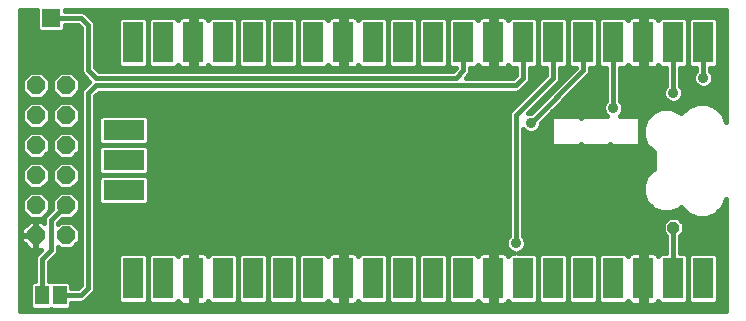
<source format=gtl>
G75*
%MOIN*%
%OFA0B0*%
%FSLAX24Y24*%
%IPPOS*%
%LPD*%
%AMOC8*
5,1,8,0,0,1.08239X$1,22.5*
%
%ADD10R,0.0669X0.1378*%
%ADD11R,0.1378X0.0669*%
%ADD12R,0.0460X0.0630*%
%ADD13R,0.0630X0.0630*%
%ADD14OC8,0.0600*%
%ADD15C,0.0357*%
%ADD16C,0.0160*%
%ADD17OC8,0.0396*%
D10*
X004430Y001743D03*
X005430Y001743D03*
X006430Y001743D03*
X007430Y001743D03*
X008430Y001743D03*
X009430Y001743D03*
X010430Y001743D03*
X011430Y001743D03*
X012430Y001743D03*
X013430Y001743D03*
X014430Y001743D03*
X015430Y001743D03*
X016430Y001743D03*
X017430Y001743D03*
X018430Y001743D03*
X019430Y001743D03*
X020430Y001743D03*
X021430Y001743D03*
X022430Y001743D03*
X023430Y001743D03*
X023430Y009617D03*
X022430Y009617D03*
X021430Y009617D03*
X020430Y009617D03*
X019430Y009617D03*
X018430Y009617D03*
X017430Y009617D03*
X016430Y009617D03*
X015430Y009617D03*
X014430Y009617D03*
X013430Y009617D03*
X012430Y009617D03*
X011430Y009617D03*
X010430Y009617D03*
X009430Y009617D03*
X008430Y009617D03*
X007430Y009617D03*
X006430Y009617D03*
X005430Y009617D03*
X004430Y009617D03*
D11*
X004117Y006680D03*
X004117Y005680D03*
X004117Y004680D03*
D12*
X001980Y001180D03*
X001380Y001180D03*
D13*
X001680Y010430D03*
D14*
X001180Y008180D03*
X002180Y008180D03*
X002180Y007180D03*
X001180Y007180D03*
X001180Y006180D03*
X002180Y006180D03*
X002180Y005180D03*
X001180Y005180D03*
X001180Y004180D03*
X002180Y004180D03*
X002180Y003180D03*
X001180Y003180D03*
D15*
X017180Y002930D03*
X017680Y006930D03*
X020430Y007430D03*
X022430Y007930D03*
X023430Y008430D03*
D16*
X000660Y010700D02*
X000660Y000660D01*
X024192Y000660D01*
X024192Y004390D01*
X024086Y004135D01*
X023851Y003900D01*
X023545Y003773D01*
X023213Y003773D01*
X022906Y003900D01*
X022688Y004118D01*
X022675Y004118D01*
X022625Y004068D01*
X022340Y003950D01*
X022032Y003950D01*
X021747Y004068D01*
X021529Y004286D01*
X021411Y004571D01*
X021411Y004879D01*
X021529Y005164D01*
X021747Y005383D01*
X021778Y005395D01*
X021778Y005965D01*
X021747Y005977D01*
X021529Y006196D01*
X021411Y006481D01*
X021411Y006789D01*
X021529Y007074D01*
X021747Y007292D01*
X022032Y007410D01*
X022340Y007410D01*
X022625Y007292D01*
X022675Y007242D01*
X022688Y007242D01*
X022906Y007460D01*
X023213Y007587D01*
X023545Y007587D01*
X023851Y007460D01*
X024086Y007225D01*
X024192Y006970D01*
X024192Y010700D01*
X002155Y010700D01*
X002155Y010670D01*
X002728Y010670D01*
X002816Y010633D01*
X002883Y010566D01*
X002883Y010566D01*
X003066Y010383D01*
X003066Y010383D01*
X003133Y010316D01*
X003170Y010228D01*
X003170Y008779D01*
X003279Y008670D01*
X015081Y008670D01*
X015179Y008768D01*
X015029Y008768D01*
X014935Y008862D01*
X014935Y010372D01*
X015029Y010466D01*
X015831Y010466D01*
X015925Y010372D01*
X015925Y010364D01*
X015928Y010375D01*
X015951Y010417D01*
X015985Y010450D01*
X016026Y010474D01*
X016072Y010486D01*
X016350Y010486D01*
X016350Y009697D01*
X016510Y009697D01*
X016510Y010486D01*
X016788Y010486D01*
X016834Y010474D01*
X016875Y010450D01*
X016909Y010417D01*
X016932Y010375D01*
X016935Y010364D01*
X016935Y010372D01*
X017029Y010466D01*
X017831Y010466D01*
X017925Y010372D01*
X017925Y008862D01*
X017831Y008768D01*
X017670Y008768D01*
X017670Y008382D01*
X017633Y008294D01*
X017566Y008227D01*
X017316Y007977D01*
X017228Y007940D01*
X003279Y007940D01*
X003170Y007831D01*
X003170Y001382D01*
X003133Y001294D01*
X002816Y000977D01*
X002728Y000940D01*
X002370Y000940D01*
X002370Y000799D01*
X002276Y000705D01*
X001684Y000705D01*
X001680Y000709D01*
X001676Y000705D01*
X001084Y000705D01*
X000990Y000799D01*
X000990Y001561D01*
X001084Y001655D01*
X001140Y001655D01*
X001140Y002428D01*
X001177Y002516D01*
X001361Y002700D01*
X001200Y002700D01*
X001200Y003160D01*
X001160Y003160D01*
X001160Y002700D01*
X000981Y002700D01*
X000700Y002981D01*
X000700Y003160D01*
X001160Y003160D01*
X001160Y003200D01*
X001160Y003660D01*
X000981Y003660D01*
X000700Y003379D01*
X000700Y003200D01*
X001160Y003200D01*
X001200Y003200D01*
X001200Y003660D01*
X001379Y003660D01*
X001440Y003599D01*
X001440Y003728D01*
X001477Y003816D01*
X001720Y004059D01*
X001720Y004371D01*
X001989Y004640D01*
X002371Y004640D01*
X002640Y004371D01*
X002640Y003989D01*
X002371Y003720D01*
X002059Y003720D01*
X001920Y003581D01*
X001920Y003571D01*
X001989Y003640D01*
X002371Y003640D01*
X002640Y003371D01*
X002640Y002989D01*
X002371Y002720D01*
X001989Y002720D01*
X001920Y002789D01*
X001920Y002632D01*
X001883Y002544D01*
X001816Y002477D01*
X001620Y002281D01*
X001620Y001655D01*
X001676Y001655D01*
X001680Y001651D01*
X001684Y001655D01*
X002276Y001655D01*
X002370Y001561D01*
X002370Y001420D01*
X002581Y001420D01*
X002690Y001529D01*
X002690Y007978D01*
X002727Y008066D01*
X002966Y008305D01*
X002794Y008477D01*
X002727Y008544D01*
X002690Y008632D01*
X002690Y010081D01*
X002581Y010190D01*
X002155Y010190D01*
X002155Y010049D01*
X002061Y009955D01*
X001299Y009955D01*
X001205Y010049D01*
X001205Y010700D01*
X000660Y010700D01*
X000660Y010641D02*
X001205Y010641D01*
X001205Y010483D02*
X000660Y010483D01*
X000660Y010324D02*
X001205Y010324D01*
X001205Y010166D02*
X000660Y010166D01*
X000660Y010007D02*
X001247Y010007D01*
X001680Y010430D02*
X002680Y010430D01*
X002930Y010180D01*
X002930Y008680D01*
X003180Y008430D01*
X015180Y008430D01*
X015430Y008680D01*
X015430Y009617D01*
X014935Y009690D02*
X014925Y009690D01*
X014925Y009849D02*
X014935Y009849D01*
X014925Y010007D02*
X014935Y010007D01*
X014925Y010166D02*
X014935Y010166D01*
X014925Y010324D02*
X014935Y010324D01*
X014925Y010372D02*
X014831Y010466D01*
X014029Y010466D01*
X013935Y010372D01*
X013935Y008862D01*
X014029Y008768D01*
X014831Y008768D01*
X014925Y008862D01*
X014925Y010372D01*
X013935Y010324D02*
X013925Y010324D01*
X013925Y010372D02*
X013831Y010466D01*
X013029Y010466D01*
X012935Y010372D01*
X012935Y008862D01*
X013029Y008768D01*
X013831Y008768D01*
X013925Y008862D01*
X013925Y010372D01*
X013925Y010166D02*
X013935Y010166D01*
X013925Y010007D02*
X013935Y010007D01*
X013925Y009849D02*
X013935Y009849D01*
X013925Y009690D02*
X013935Y009690D01*
X013925Y009532D02*
X013935Y009532D01*
X013925Y009373D02*
X013935Y009373D01*
X013925Y009215D02*
X013935Y009215D01*
X013925Y009056D02*
X013935Y009056D01*
X013925Y008898D02*
X013935Y008898D01*
X014925Y008898D02*
X014935Y008898D01*
X014925Y009056D02*
X014935Y009056D01*
X014925Y009215D02*
X014935Y009215D01*
X014925Y009373D02*
X014935Y009373D01*
X014925Y009532D02*
X014935Y009532D01*
X015831Y008768D02*
X015925Y008862D01*
X015925Y008870D01*
X015928Y008859D01*
X015951Y008818D01*
X015985Y008784D01*
X016026Y008760D01*
X016072Y008748D01*
X016350Y008748D01*
X016350Y009537D01*
X016510Y009537D01*
X016510Y008748D01*
X016788Y008748D01*
X016834Y008760D01*
X016875Y008784D01*
X016909Y008818D01*
X016932Y008859D01*
X016935Y008870D01*
X016935Y008862D01*
X017029Y008768D01*
X017190Y008768D01*
X017190Y008529D01*
X017081Y008420D01*
X015509Y008420D01*
X015633Y008544D01*
X015670Y008632D01*
X015670Y008728D01*
X015670Y008768D01*
X015831Y008768D01*
X015670Y008739D02*
X017190Y008739D01*
X017190Y008581D02*
X015649Y008581D01*
X015511Y008422D02*
X017083Y008422D01*
X017180Y008180D02*
X017430Y008430D01*
X017430Y009617D01*
X017925Y009690D02*
X017935Y009690D01*
X017925Y009849D02*
X017935Y009849D01*
X017925Y010007D02*
X017935Y010007D01*
X017925Y010166D02*
X017935Y010166D01*
X017925Y010324D02*
X017935Y010324D01*
X017935Y010372D02*
X017935Y008862D01*
X018029Y008768D01*
X018190Y008768D01*
X018190Y008529D01*
X016977Y007316D01*
X016940Y007228D01*
X016940Y003169D01*
X016893Y003122D01*
X016842Y002997D01*
X016842Y002863D01*
X016893Y002738D01*
X016988Y002643D01*
X017112Y002592D01*
X017029Y002592D01*
X016935Y002498D01*
X016935Y002490D01*
X016932Y002501D01*
X016909Y002542D01*
X016875Y002576D01*
X016834Y002600D01*
X016788Y002612D01*
X016510Y002612D01*
X016510Y001823D01*
X016350Y001823D01*
X016350Y002612D01*
X016072Y002612D01*
X016026Y002600D01*
X015985Y002576D01*
X015951Y002542D01*
X015928Y002501D01*
X015925Y002490D01*
X015925Y002498D01*
X015831Y002592D01*
X015029Y002592D01*
X014935Y002498D01*
X014935Y000988D01*
X015029Y000894D01*
X015831Y000894D01*
X015925Y000988D01*
X015925Y000996D01*
X015928Y000985D01*
X015951Y000943D01*
X015985Y000910D01*
X016026Y000886D01*
X016072Y000874D01*
X016350Y000874D01*
X016350Y001663D01*
X016510Y001663D01*
X016510Y000874D01*
X016788Y000874D01*
X016834Y000886D01*
X016875Y000910D01*
X016909Y000943D01*
X016932Y000985D01*
X016935Y000996D01*
X016935Y000988D01*
X017029Y000894D01*
X017831Y000894D01*
X017925Y000988D01*
X017925Y002498D01*
X017831Y002592D01*
X017248Y002592D01*
X017372Y002643D01*
X017467Y002738D01*
X017518Y002863D01*
X017518Y002997D01*
X017467Y003122D01*
X017420Y003169D01*
X017420Y006711D01*
X017488Y006643D01*
X017613Y006592D01*
X017747Y006592D01*
X017872Y006643D01*
X017967Y006738D01*
X018018Y006863D01*
X018018Y006929D01*
X019566Y008477D01*
X019633Y008544D01*
X019670Y008632D01*
X019670Y008768D01*
X019831Y008768D01*
X019925Y008862D01*
X019925Y010372D01*
X019831Y010466D01*
X019029Y010466D01*
X018935Y010372D01*
X018935Y008862D01*
X019029Y008768D01*
X019179Y008768D01*
X017679Y007268D01*
X017613Y007268D01*
X017604Y007265D01*
X018566Y008227D01*
X018633Y008294D01*
X018670Y008382D01*
X018670Y008768D01*
X018831Y008768D01*
X018925Y008862D01*
X018925Y010372D01*
X018831Y010466D01*
X018029Y010466D01*
X017935Y010372D01*
X018925Y010324D02*
X018935Y010324D01*
X018925Y010166D02*
X018935Y010166D01*
X018925Y010007D02*
X018935Y010007D01*
X018925Y009849D02*
X018935Y009849D01*
X018925Y009690D02*
X018935Y009690D01*
X018925Y009532D02*
X018935Y009532D01*
X018925Y009373D02*
X018935Y009373D01*
X018925Y009215D02*
X018935Y009215D01*
X018925Y009056D02*
X018935Y009056D01*
X018925Y008898D02*
X018935Y008898D01*
X019150Y008739D02*
X018670Y008739D01*
X018670Y008581D02*
X018991Y008581D01*
X018833Y008422D02*
X018670Y008422D01*
X018430Y008430D02*
X018430Y009617D01*
X017935Y009532D02*
X017925Y009532D01*
X017925Y009373D02*
X017935Y009373D01*
X017925Y009215D02*
X017935Y009215D01*
X017925Y009056D02*
X017935Y009056D01*
X017925Y008898D02*
X017935Y008898D01*
X018190Y008739D02*
X017670Y008739D01*
X017670Y008581D02*
X018190Y008581D01*
X018083Y008422D02*
X017670Y008422D01*
X017603Y008264D02*
X017924Y008264D01*
X017766Y008105D02*
X017444Y008105D01*
X017180Y008180D02*
X003180Y008180D01*
X002930Y007930D01*
X002930Y001430D01*
X002680Y001180D01*
X001980Y001180D01*
X002370Y001448D02*
X002609Y001448D01*
X002690Y001607D02*
X002325Y001607D01*
X002690Y001765D02*
X001620Y001765D01*
X001620Y001924D02*
X002690Y001924D01*
X002690Y002082D02*
X001620Y002082D01*
X001620Y002241D02*
X002690Y002241D01*
X002690Y002399D02*
X001738Y002399D01*
X001889Y002558D02*
X002690Y002558D01*
X002690Y002716D02*
X001920Y002716D01*
X001680Y002680D02*
X001680Y003680D01*
X002180Y004180D01*
X002640Y004143D02*
X002690Y004143D01*
X002690Y004301D02*
X002640Y004301D01*
X002690Y004460D02*
X002551Y004460D01*
X002690Y004618D02*
X002393Y004618D01*
X002371Y004720D02*
X001989Y004720D01*
X001720Y004989D01*
X001720Y005371D01*
X001989Y005640D01*
X002371Y005640D01*
X002640Y005371D01*
X002640Y004989D01*
X002371Y004720D01*
X002427Y004777D02*
X002690Y004777D01*
X002690Y004935D02*
X002586Y004935D01*
X002640Y005094D02*
X002690Y005094D01*
X002690Y005252D02*
X002640Y005252D01*
X002600Y005411D02*
X002690Y005411D01*
X002690Y005569D02*
X002442Y005569D01*
X002371Y005720D02*
X001989Y005720D01*
X001720Y005989D01*
X001720Y006371D01*
X001989Y006640D01*
X002371Y006640D01*
X002640Y006371D01*
X002640Y005989D01*
X002371Y005720D01*
X002378Y005728D02*
X002690Y005728D01*
X002690Y005886D02*
X002537Y005886D01*
X002640Y006045D02*
X002690Y006045D01*
X002690Y006203D02*
X002640Y006203D01*
X002640Y006362D02*
X002690Y006362D01*
X002690Y006520D02*
X002491Y006520D01*
X002690Y006679D02*
X000660Y006679D01*
X000660Y006520D02*
X000869Y006520D01*
X000989Y006640D02*
X000720Y006371D01*
X000720Y005989D01*
X000989Y005720D01*
X001371Y005720D01*
X001640Y005989D01*
X001640Y006371D01*
X001371Y006640D01*
X000989Y006640D01*
X000989Y006720D02*
X001371Y006720D01*
X001640Y006989D01*
X001640Y007371D01*
X001371Y007640D01*
X000989Y007640D01*
X000720Y007371D01*
X000720Y006989D01*
X000989Y006720D01*
X000872Y006837D02*
X000660Y006837D01*
X000660Y006996D02*
X000720Y006996D01*
X000720Y007154D02*
X000660Y007154D01*
X000660Y007313D02*
X000720Y007313D01*
X000660Y007471D02*
X000820Y007471D01*
X000979Y007630D02*
X000660Y007630D01*
X000660Y007788D02*
X000921Y007788D01*
X000989Y007720D02*
X001371Y007720D01*
X001640Y007989D01*
X001640Y008371D01*
X001371Y008640D01*
X000989Y008640D01*
X000720Y008371D01*
X000720Y007989D01*
X000989Y007720D01*
X000763Y007947D02*
X000660Y007947D01*
X000660Y008105D02*
X000720Y008105D01*
X000720Y008264D02*
X000660Y008264D01*
X000660Y008422D02*
X000771Y008422D01*
X000660Y008581D02*
X000930Y008581D01*
X000660Y008739D02*
X002690Y008739D01*
X002711Y008581D02*
X002430Y008581D01*
X002371Y008640D02*
X001989Y008640D01*
X001720Y008371D01*
X001720Y007989D01*
X001989Y007720D01*
X002371Y007720D01*
X002640Y007989D01*
X002640Y008371D01*
X002371Y008640D01*
X002589Y008422D02*
X002849Y008422D01*
X002924Y008264D02*
X002640Y008264D01*
X002640Y008105D02*
X002766Y008105D01*
X002690Y007947D02*
X002597Y007947D01*
X002690Y007788D02*
X002439Y007788D01*
X002371Y007640D02*
X001989Y007640D01*
X001720Y007371D01*
X001720Y006989D01*
X001989Y006720D01*
X002371Y006720D01*
X002640Y006989D01*
X002640Y007371D01*
X002371Y007640D01*
X002381Y007630D02*
X002690Y007630D01*
X002690Y007471D02*
X002540Y007471D01*
X002640Y007313D02*
X002690Y007313D01*
X002690Y007154D02*
X002640Y007154D01*
X002640Y006996D02*
X002690Y006996D01*
X002690Y006837D02*
X002488Y006837D01*
X003170Y006837D02*
X003268Y006837D01*
X003268Y006996D02*
X003170Y006996D01*
X003268Y007081D02*
X003362Y007175D01*
X004872Y007175D01*
X004966Y007081D01*
X004966Y006279D01*
X004872Y006185D01*
X003362Y006185D01*
X003268Y006279D01*
X003268Y007081D01*
X003341Y007154D02*
X003170Y007154D01*
X003170Y007313D02*
X016975Y007313D01*
X017132Y007471D02*
X003170Y007471D01*
X003170Y007630D02*
X017290Y007630D01*
X017449Y007788D02*
X003170Y007788D01*
X001979Y007630D02*
X001381Y007630D01*
X001439Y007788D02*
X001921Y007788D01*
X001763Y007947D02*
X001597Y007947D01*
X001640Y008105D02*
X001720Y008105D01*
X001720Y008264D02*
X001640Y008264D01*
X001589Y008422D02*
X001771Y008422D01*
X001930Y008581D02*
X001430Y008581D01*
X000660Y008898D02*
X002690Y008898D01*
X002690Y009056D02*
X000660Y009056D01*
X000660Y009215D02*
X002690Y009215D01*
X002690Y009373D02*
X000660Y009373D01*
X000660Y009532D02*
X002690Y009532D01*
X002690Y009690D02*
X000660Y009690D01*
X000660Y009849D02*
X002690Y009849D01*
X002690Y010007D02*
X002113Y010007D01*
X002155Y010166D02*
X002605Y010166D01*
X003125Y010324D02*
X003935Y010324D01*
X003935Y010372D02*
X003935Y008862D01*
X004029Y008768D01*
X004831Y008768D01*
X004925Y008862D01*
X004925Y010372D01*
X004831Y010466D01*
X004029Y010466D01*
X003935Y010372D01*
X003935Y010166D02*
X003170Y010166D01*
X003170Y010007D02*
X003935Y010007D01*
X003935Y009849D02*
X003170Y009849D01*
X003170Y009690D02*
X003935Y009690D01*
X003935Y009532D02*
X003170Y009532D01*
X003170Y009373D02*
X003935Y009373D01*
X003935Y009215D02*
X003170Y009215D01*
X003170Y009056D02*
X003935Y009056D01*
X003935Y008898D02*
X003170Y008898D01*
X003210Y008739D02*
X015150Y008739D01*
X016350Y008898D02*
X016510Y008898D01*
X016510Y009056D02*
X016350Y009056D01*
X016350Y009215D02*
X016510Y009215D01*
X016510Y009373D02*
X016350Y009373D01*
X016350Y009532D02*
X016510Y009532D01*
X016510Y009849D02*
X016350Y009849D01*
X016350Y010007D02*
X016510Y010007D01*
X016510Y010166D02*
X016350Y010166D01*
X016350Y010324D02*
X016510Y010324D01*
X016510Y010483D02*
X016350Y010483D01*
X016059Y010483D02*
X011801Y010483D01*
X011788Y010486D02*
X011510Y010486D01*
X011510Y009697D01*
X011350Y009697D01*
X011350Y010486D01*
X011072Y010486D01*
X011026Y010474D01*
X010985Y010450D01*
X010951Y010417D01*
X010928Y010375D01*
X010925Y010364D01*
X010925Y010372D01*
X010831Y010466D01*
X010029Y010466D01*
X009935Y010372D01*
X009935Y008862D01*
X010029Y008768D01*
X010831Y008768D01*
X010925Y008862D01*
X010925Y008870D01*
X010928Y008859D01*
X010951Y008818D01*
X010985Y008784D01*
X011026Y008760D01*
X011072Y008748D01*
X011350Y008748D01*
X011350Y009537D01*
X011510Y009537D01*
X011510Y008748D01*
X011788Y008748D01*
X011834Y008760D01*
X011875Y008784D01*
X011909Y008818D01*
X011932Y008859D01*
X011935Y008870D01*
X011935Y008862D01*
X012029Y008768D01*
X012831Y008768D01*
X012925Y008862D01*
X012925Y010372D01*
X012831Y010466D01*
X012029Y010466D01*
X011935Y010372D01*
X011935Y010364D01*
X011932Y010375D01*
X011909Y010417D01*
X011875Y010450D01*
X011834Y010474D01*
X011788Y010486D01*
X011510Y010483D02*
X011350Y010483D01*
X011059Y010483D02*
X006801Y010483D01*
X006788Y010486D02*
X006510Y010486D01*
X006510Y009697D01*
X006350Y009697D01*
X006350Y010486D01*
X006072Y010486D01*
X006026Y010474D01*
X005985Y010450D01*
X005951Y010417D01*
X005928Y010375D01*
X005925Y010364D01*
X005925Y010372D01*
X005831Y010466D01*
X005029Y010466D01*
X004935Y010372D01*
X004935Y008862D01*
X005029Y008768D01*
X005831Y008768D01*
X005925Y008862D01*
X005925Y008870D01*
X005928Y008859D01*
X005951Y008818D01*
X005985Y008784D01*
X006026Y008760D01*
X006072Y008748D01*
X006350Y008748D01*
X006350Y009537D01*
X006510Y009537D01*
X006510Y008748D01*
X006788Y008748D01*
X006834Y008760D01*
X006875Y008784D01*
X006909Y008818D01*
X006932Y008859D01*
X006935Y008870D01*
X006935Y008862D01*
X007029Y008768D01*
X007831Y008768D01*
X007925Y008862D01*
X007925Y010372D01*
X007831Y010466D01*
X007029Y010466D01*
X006935Y010372D01*
X006935Y010364D01*
X006932Y010375D01*
X006909Y010417D01*
X006875Y010450D01*
X006834Y010474D01*
X006788Y010486D01*
X006510Y010483D02*
X006350Y010483D01*
X006059Y010483D02*
X002967Y010483D01*
X002798Y010641D02*
X024192Y010641D01*
X024192Y010483D02*
X021801Y010483D01*
X021788Y010486D02*
X021510Y010486D01*
X021510Y009697D01*
X021350Y009697D01*
X021350Y010486D01*
X021072Y010486D01*
X021026Y010474D01*
X020985Y010450D01*
X020951Y010417D01*
X020928Y010375D01*
X020925Y010364D01*
X020925Y010372D01*
X020831Y010466D01*
X020029Y010466D01*
X019935Y010372D01*
X019935Y008862D01*
X020029Y008768D01*
X020190Y008768D01*
X020190Y007669D01*
X020143Y007622D01*
X020092Y007497D01*
X020092Y007363D01*
X020143Y007238D01*
X020218Y007163D01*
X019398Y007163D01*
X019343Y007108D01*
X019288Y007163D01*
X018414Y007163D01*
X018353Y007101D01*
X018353Y006227D01*
X018414Y006166D01*
X019288Y006166D01*
X019343Y006220D01*
X019398Y006166D01*
X020273Y006166D01*
X020328Y006220D01*
X020383Y006166D01*
X021257Y006166D01*
X021318Y006227D01*
X021318Y007101D01*
X021257Y007163D01*
X020642Y007163D01*
X020717Y007238D01*
X020768Y007363D01*
X020768Y007497D01*
X020717Y007622D01*
X020670Y007669D01*
X020670Y008768D01*
X020831Y008768D01*
X020925Y008862D01*
X020925Y008870D01*
X020928Y008859D01*
X020951Y008818D01*
X020985Y008784D01*
X021026Y008760D01*
X021072Y008748D01*
X021350Y008748D01*
X021350Y009537D01*
X021510Y009537D01*
X021510Y008748D01*
X021788Y008748D01*
X021834Y008760D01*
X021875Y008784D01*
X021909Y008818D01*
X021932Y008859D01*
X021935Y008870D01*
X021935Y008862D01*
X022029Y008768D01*
X022190Y008768D01*
X022190Y008169D01*
X022143Y008122D01*
X022092Y007997D01*
X022092Y007863D01*
X022143Y007738D01*
X022238Y007643D01*
X022363Y007592D01*
X022497Y007592D01*
X022622Y007643D01*
X022717Y007738D01*
X022768Y007863D01*
X022768Y007997D01*
X022717Y008122D01*
X022670Y008169D01*
X022670Y008768D01*
X022831Y008768D01*
X022925Y008862D01*
X022925Y010372D01*
X022831Y010466D01*
X022029Y010466D01*
X021935Y010372D01*
X021935Y010364D01*
X021932Y010375D01*
X021909Y010417D01*
X021875Y010450D01*
X021834Y010474D01*
X021788Y010486D01*
X021510Y010483D02*
X021350Y010483D01*
X021059Y010483D02*
X016801Y010483D01*
X019430Y009617D02*
X019430Y008680D01*
X017680Y006930D01*
X018008Y006837D02*
X018353Y006837D01*
X018353Y006996D02*
X018085Y006996D01*
X018243Y007154D02*
X018405Y007154D01*
X018402Y007313D02*
X020112Y007313D01*
X020092Y007471D02*
X018560Y007471D01*
X018719Y007630D02*
X020151Y007630D01*
X020190Y007788D02*
X018877Y007788D01*
X019036Y007947D02*
X020190Y007947D01*
X020190Y008105D02*
X019194Y008105D01*
X019353Y008264D02*
X020190Y008264D01*
X020190Y008422D02*
X019511Y008422D01*
X019649Y008581D02*
X020190Y008581D01*
X020190Y008739D02*
X019670Y008739D01*
X019925Y008898D02*
X019935Y008898D01*
X019925Y009056D02*
X019935Y009056D01*
X019925Y009215D02*
X019935Y009215D01*
X019925Y009373D02*
X019935Y009373D01*
X019925Y009532D02*
X019935Y009532D01*
X019925Y009690D02*
X019935Y009690D01*
X019925Y009849D02*
X019935Y009849D01*
X019925Y010007D02*
X019935Y010007D01*
X019925Y010166D02*
X019935Y010166D01*
X019925Y010324D02*
X019935Y010324D01*
X021350Y010324D02*
X021510Y010324D01*
X021510Y010166D02*
X021350Y010166D01*
X021350Y010007D02*
X021510Y010007D01*
X021510Y009849D02*
X021350Y009849D01*
X021350Y009532D02*
X021510Y009532D01*
X021510Y009373D02*
X021350Y009373D01*
X021350Y009215D02*
X021510Y009215D01*
X021510Y009056D02*
X021350Y009056D01*
X021350Y008898D02*
X021510Y008898D01*
X022190Y008739D02*
X020670Y008739D01*
X020670Y008581D02*
X022190Y008581D01*
X022190Y008422D02*
X020670Y008422D01*
X020670Y008264D02*
X022190Y008264D01*
X022136Y008105D02*
X020670Y008105D01*
X020670Y007947D02*
X022092Y007947D01*
X022123Y007788D02*
X020670Y007788D01*
X020709Y007630D02*
X022271Y007630D01*
X022589Y007630D02*
X024192Y007630D01*
X024192Y007788D02*
X022737Y007788D01*
X022768Y007947D02*
X024192Y007947D01*
X024192Y008105D02*
X023530Y008105D01*
X023497Y008092D02*
X023622Y008143D01*
X023717Y008238D01*
X023768Y008363D01*
X023768Y008497D01*
X023717Y008622D01*
X023670Y008669D01*
X023670Y008768D01*
X023831Y008768D01*
X023925Y008862D01*
X023925Y010372D01*
X023831Y010466D01*
X023029Y010466D01*
X022935Y010372D01*
X022935Y008862D01*
X023029Y008768D01*
X023190Y008768D01*
X023190Y008669D01*
X023143Y008622D01*
X023092Y008497D01*
X023092Y008363D01*
X023143Y008238D01*
X023238Y008143D01*
X023363Y008092D01*
X023497Y008092D01*
X023330Y008105D02*
X022724Y008105D01*
X022670Y008264D02*
X023133Y008264D01*
X023092Y008422D02*
X022670Y008422D01*
X022670Y008581D02*
X023126Y008581D01*
X023190Y008739D02*
X022670Y008739D01*
X022925Y008898D02*
X022935Y008898D01*
X022925Y009056D02*
X022935Y009056D01*
X022925Y009215D02*
X022935Y009215D01*
X022925Y009373D02*
X022935Y009373D01*
X022925Y009532D02*
X022935Y009532D01*
X022925Y009690D02*
X022935Y009690D01*
X022925Y009849D02*
X022935Y009849D01*
X022925Y010007D02*
X022935Y010007D01*
X022925Y010166D02*
X022935Y010166D01*
X022925Y010324D02*
X022935Y010324D01*
X023925Y010324D02*
X024192Y010324D01*
X024192Y010166D02*
X023925Y010166D01*
X023925Y010007D02*
X024192Y010007D01*
X024192Y009849D02*
X023925Y009849D01*
X023925Y009690D02*
X024192Y009690D01*
X024192Y009532D02*
X023925Y009532D01*
X023925Y009373D02*
X024192Y009373D01*
X024192Y009215D02*
X023925Y009215D01*
X023925Y009056D02*
X024192Y009056D01*
X024192Y008898D02*
X023925Y008898D01*
X023670Y008739D02*
X024192Y008739D01*
X024192Y008581D02*
X023734Y008581D01*
X023768Y008422D02*
X024192Y008422D01*
X024192Y008264D02*
X023727Y008264D01*
X023430Y008430D02*
X023430Y009617D01*
X022430Y009617D02*
X022430Y007930D01*
X022932Y007471D02*
X020768Y007471D01*
X020748Y007313D02*
X021796Y007313D01*
X021609Y007154D02*
X021266Y007154D01*
X021318Y006996D02*
X021496Y006996D01*
X021431Y006837D02*
X021318Y006837D01*
X021318Y006679D02*
X021411Y006679D01*
X021411Y006520D02*
X021318Y006520D01*
X021318Y006362D02*
X021460Y006362D01*
X021526Y006203D02*
X021294Y006203D01*
X021680Y006045D02*
X017420Y006045D01*
X017420Y006203D02*
X018377Y006203D01*
X018353Y006362D02*
X017420Y006362D01*
X017420Y006520D02*
X018353Y006520D01*
X018353Y006679D02*
X017907Y006679D01*
X017453Y006679D02*
X017420Y006679D01*
X016940Y006679D02*
X004966Y006679D01*
X004966Y006520D02*
X016940Y006520D01*
X016940Y006362D02*
X004966Y006362D01*
X004890Y006203D02*
X016940Y006203D01*
X016940Y006045D02*
X004966Y006045D01*
X004966Y006081D02*
X004872Y006175D01*
X003362Y006175D01*
X003268Y006081D01*
X003268Y005279D01*
X003362Y005185D01*
X004872Y005185D01*
X004966Y005279D01*
X004966Y006081D01*
X004966Y005886D02*
X016940Y005886D01*
X016940Y005728D02*
X004966Y005728D01*
X004966Y005569D02*
X016940Y005569D01*
X016940Y005411D02*
X004966Y005411D01*
X004939Y005252D02*
X016940Y005252D01*
X016940Y005094D02*
X004953Y005094D01*
X004966Y005081D02*
X004872Y005175D01*
X003362Y005175D01*
X003268Y005081D01*
X003268Y004279D01*
X003362Y004185D01*
X004872Y004185D01*
X004966Y004279D01*
X004966Y005081D01*
X004966Y004935D02*
X016940Y004935D01*
X016940Y004777D02*
X004966Y004777D01*
X004966Y004618D02*
X016940Y004618D01*
X016940Y004460D02*
X004966Y004460D01*
X004966Y004301D02*
X016940Y004301D01*
X016940Y004143D02*
X003170Y004143D01*
X003170Y004301D02*
X003268Y004301D01*
X003268Y004460D02*
X003170Y004460D01*
X003170Y004618D02*
X003268Y004618D01*
X003268Y004777D02*
X003170Y004777D01*
X003170Y004935D02*
X003268Y004935D01*
X003281Y005094D02*
X003170Y005094D01*
X003170Y005252D02*
X003295Y005252D01*
X003268Y005411D02*
X003170Y005411D01*
X003170Y005569D02*
X003268Y005569D01*
X003268Y005728D02*
X003170Y005728D01*
X003170Y005886D02*
X003268Y005886D01*
X003268Y006045D02*
X003170Y006045D01*
X003170Y006203D02*
X003344Y006203D01*
X003268Y006362D02*
X003170Y006362D01*
X003170Y006520D02*
X003268Y006520D01*
X003268Y006679D02*
X003170Y006679D01*
X001872Y006837D02*
X001488Y006837D01*
X001640Y006996D02*
X001720Y006996D01*
X001720Y007154D02*
X001640Y007154D01*
X001640Y007313D02*
X001720Y007313D01*
X001820Y007471D02*
X001540Y007471D01*
X001491Y006520D02*
X001869Y006520D01*
X001720Y006362D02*
X001640Y006362D01*
X001640Y006203D02*
X001720Y006203D01*
X001720Y006045D02*
X001640Y006045D01*
X001537Y005886D02*
X001823Y005886D01*
X001982Y005728D02*
X001378Y005728D01*
X001371Y005640D02*
X000989Y005640D01*
X000720Y005371D01*
X000720Y004989D01*
X000989Y004720D01*
X001371Y004720D01*
X001640Y004989D01*
X001640Y005371D01*
X001371Y005640D01*
X001442Y005569D02*
X001918Y005569D01*
X001760Y005411D02*
X001600Y005411D01*
X001640Y005252D02*
X001720Y005252D01*
X001720Y005094D02*
X001640Y005094D01*
X001586Y004935D02*
X001774Y004935D01*
X001933Y004777D02*
X001427Y004777D01*
X001371Y004640D02*
X000989Y004640D01*
X000720Y004371D01*
X000720Y003989D01*
X000989Y003720D01*
X001371Y003720D01*
X001640Y003989D01*
X001640Y004371D01*
X001371Y004640D01*
X001393Y004618D02*
X001967Y004618D01*
X001809Y004460D02*
X001551Y004460D01*
X001640Y004301D02*
X001720Y004301D01*
X001720Y004143D02*
X001640Y004143D01*
X001635Y003984D02*
X001645Y003984D01*
X001486Y003826D02*
X001476Y003826D01*
X001440Y003667D02*
X000660Y003667D01*
X000660Y003826D02*
X000884Y003826D01*
X000725Y003984D02*
X000660Y003984D01*
X000660Y004143D02*
X000720Y004143D01*
X000720Y004301D02*
X000660Y004301D01*
X000660Y004460D02*
X000809Y004460D01*
X000660Y004618D02*
X000967Y004618D01*
X000933Y004777D02*
X000660Y004777D01*
X000660Y004935D02*
X000774Y004935D01*
X000720Y005094D02*
X000660Y005094D01*
X000660Y005252D02*
X000720Y005252D01*
X000760Y005411D02*
X000660Y005411D01*
X000660Y005569D02*
X000918Y005569D01*
X000982Y005728D02*
X000660Y005728D01*
X000660Y005886D02*
X000823Y005886D01*
X000720Y006045D02*
X000660Y006045D01*
X000660Y006203D02*
X000720Y006203D01*
X000720Y006362D02*
X000660Y006362D01*
X004893Y007154D02*
X016940Y007154D01*
X016940Y006996D02*
X004966Y006996D01*
X004966Y006837D02*
X016940Y006837D01*
X017180Y007180D02*
X018430Y008430D01*
X018603Y008264D02*
X018674Y008264D01*
X018516Y008105D02*
X018444Y008105D01*
X018357Y007947D02*
X018286Y007947D01*
X018199Y007788D02*
X018127Y007788D01*
X018040Y007630D02*
X017969Y007630D01*
X017882Y007471D02*
X017810Y007471D01*
X017723Y007313D02*
X017652Y007313D01*
X017180Y007180D02*
X017180Y002930D01*
X017504Y003033D02*
X022190Y003033D01*
X022190Y003164D02*
X022190Y002592D01*
X022029Y002592D01*
X021935Y002498D01*
X021935Y002490D01*
X021932Y002501D01*
X021909Y002542D01*
X021875Y002576D01*
X021834Y002600D01*
X021788Y002612D01*
X021510Y002612D01*
X021510Y001823D01*
X021350Y001823D01*
X021350Y002612D01*
X021072Y002612D01*
X021026Y002600D01*
X020985Y002576D01*
X020951Y002542D01*
X020928Y002501D01*
X020925Y002490D01*
X020925Y002498D01*
X020831Y002592D01*
X020029Y002592D01*
X019935Y002498D01*
X019935Y000988D01*
X020029Y000894D01*
X020831Y000894D01*
X020925Y000988D01*
X020925Y000996D01*
X020928Y000985D01*
X020951Y000943D01*
X020985Y000910D01*
X021026Y000886D01*
X021072Y000874D01*
X021350Y000874D01*
X021350Y001663D01*
X021510Y001663D01*
X021510Y000874D01*
X021788Y000874D01*
X021834Y000886D01*
X021875Y000910D01*
X021909Y000943D01*
X021932Y000985D01*
X021935Y000996D01*
X021935Y000988D01*
X022029Y000894D01*
X022831Y000894D01*
X022925Y000988D01*
X022925Y002498D01*
X022831Y002592D01*
X022670Y002592D01*
X022670Y003164D01*
X022788Y003282D01*
X022788Y003578D01*
X022578Y003788D01*
X022282Y003788D01*
X022072Y003578D01*
X022072Y003282D01*
X022190Y003164D01*
X022162Y003192D02*
X017420Y003192D01*
X017420Y003350D02*
X022072Y003350D01*
X022072Y003509D02*
X017420Y003509D01*
X017420Y003667D02*
X022161Y003667D01*
X022430Y003430D02*
X022430Y001743D01*
X022925Y001765D02*
X022935Y001765D01*
X022925Y001607D02*
X022935Y001607D01*
X022925Y001448D02*
X022935Y001448D01*
X022925Y001290D02*
X022935Y001290D01*
X022925Y001131D02*
X022935Y001131D01*
X022935Y000988D02*
X023029Y000894D01*
X023831Y000894D01*
X023925Y000988D01*
X023925Y002498D01*
X023831Y002592D01*
X023029Y002592D01*
X022935Y002498D01*
X022935Y000988D01*
X022951Y000973D02*
X022909Y000973D01*
X021951Y000973D02*
X021925Y000973D01*
X021510Y000973D02*
X021350Y000973D01*
X021350Y001131D02*
X021510Y001131D01*
X021510Y001290D02*
X021350Y001290D01*
X021350Y001448D02*
X021510Y001448D01*
X021510Y001607D02*
X021350Y001607D01*
X021350Y001924D02*
X021510Y001924D01*
X021510Y002082D02*
X021350Y002082D01*
X021350Y002241D02*
X021510Y002241D01*
X021510Y002399D02*
X021350Y002399D01*
X021350Y002558D02*
X021510Y002558D01*
X021894Y002558D02*
X021995Y002558D01*
X022190Y002716D02*
X017445Y002716D01*
X017865Y002558D02*
X017995Y002558D01*
X018029Y002592D02*
X017935Y002498D01*
X017935Y000988D01*
X018029Y000894D01*
X018831Y000894D01*
X018925Y000988D01*
X018925Y002498D01*
X018831Y002592D01*
X018029Y002592D01*
X017935Y002399D02*
X017925Y002399D01*
X017925Y002241D02*
X017935Y002241D01*
X017925Y002082D02*
X017935Y002082D01*
X017925Y001924D02*
X017935Y001924D01*
X017925Y001765D02*
X017935Y001765D01*
X017925Y001607D02*
X017935Y001607D01*
X017925Y001448D02*
X017935Y001448D01*
X017925Y001290D02*
X017935Y001290D01*
X017925Y001131D02*
X017935Y001131D01*
X017951Y000973D02*
X017909Y000973D01*
X016951Y000973D02*
X016925Y000973D01*
X016510Y000973D02*
X016350Y000973D01*
X016350Y001131D02*
X016510Y001131D01*
X016510Y001290D02*
X016350Y001290D01*
X016350Y001448D02*
X016510Y001448D01*
X016510Y001607D02*
X016350Y001607D01*
X016350Y001924D02*
X016510Y001924D01*
X016510Y002082D02*
X016350Y002082D01*
X016350Y002241D02*
X016510Y002241D01*
X016510Y002399D02*
X016350Y002399D01*
X016350Y002558D02*
X016510Y002558D01*
X016894Y002558D02*
X016995Y002558D01*
X016915Y002716D02*
X003170Y002716D01*
X003170Y002558D02*
X003995Y002558D01*
X004029Y002592D02*
X003935Y002498D01*
X003935Y000988D01*
X004029Y000894D01*
X004831Y000894D01*
X004925Y000988D01*
X004925Y002498D01*
X004831Y002592D01*
X004029Y002592D01*
X003935Y002399D02*
X003170Y002399D01*
X003170Y002241D02*
X003935Y002241D01*
X003935Y002082D02*
X003170Y002082D01*
X003170Y001924D02*
X003935Y001924D01*
X003935Y001765D02*
X003170Y001765D01*
X003170Y001607D02*
X003935Y001607D01*
X003935Y001448D02*
X003170Y001448D01*
X003129Y001290D02*
X003935Y001290D01*
X003935Y001131D02*
X002970Y001131D01*
X002806Y000973D02*
X003951Y000973D01*
X004909Y000973D02*
X004951Y000973D01*
X004935Y000988D02*
X005029Y000894D01*
X005831Y000894D01*
X005925Y000988D01*
X005925Y000996D01*
X005928Y000985D01*
X005951Y000943D01*
X005985Y000910D01*
X006026Y000886D01*
X006072Y000874D01*
X006350Y000874D01*
X006350Y001663D01*
X006510Y001663D01*
X006510Y000874D01*
X006788Y000874D01*
X006834Y000886D01*
X006875Y000910D01*
X006909Y000943D01*
X006932Y000985D01*
X006935Y000996D01*
X006935Y000988D01*
X007029Y000894D01*
X007831Y000894D01*
X007925Y000988D01*
X007925Y002498D01*
X007831Y002592D01*
X007029Y002592D01*
X006935Y002498D01*
X006935Y002490D01*
X006932Y002501D01*
X006909Y002542D01*
X006875Y002576D01*
X006834Y002600D01*
X006788Y002612D01*
X006510Y002612D01*
X006510Y001823D01*
X006350Y001823D01*
X006350Y002612D01*
X006072Y002612D01*
X006026Y002600D01*
X005985Y002576D01*
X005951Y002542D01*
X005928Y002501D01*
X005925Y002490D01*
X005925Y002498D01*
X005831Y002592D01*
X005029Y002592D01*
X004935Y002498D01*
X004935Y000988D01*
X004925Y001131D02*
X004935Y001131D01*
X004925Y001290D02*
X004935Y001290D01*
X004925Y001448D02*
X004935Y001448D01*
X004925Y001607D02*
X004935Y001607D01*
X004925Y001765D02*
X004935Y001765D01*
X004925Y001924D02*
X004935Y001924D01*
X004925Y002082D02*
X004935Y002082D01*
X004925Y002241D02*
X004935Y002241D01*
X004925Y002399D02*
X004935Y002399D01*
X004995Y002558D02*
X004865Y002558D01*
X005865Y002558D02*
X005966Y002558D01*
X006350Y002558D02*
X006510Y002558D01*
X006510Y002399D02*
X006350Y002399D01*
X006350Y002241D02*
X006510Y002241D01*
X006510Y002082D02*
X006350Y002082D01*
X006350Y001924D02*
X006510Y001924D01*
X006510Y001607D02*
X006350Y001607D01*
X006350Y001448D02*
X006510Y001448D01*
X006510Y001290D02*
X006350Y001290D01*
X006350Y001131D02*
X006510Y001131D01*
X006510Y000973D02*
X006350Y000973D01*
X005935Y000973D02*
X005909Y000973D01*
X006925Y000973D02*
X006951Y000973D01*
X007909Y000973D02*
X007951Y000973D01*
X007935Y000988D02*
X008029Y000894D01*
X008831Y000894D01*
X008925Y000988D01*
X008925Y002498D01*
X008831Y002592D01*
X008029Y002592D01*
X007935Y002498D01*
X007935Y000988D01*
X007925Y001131D02*
X007935Y001131D01*
X007925Y001290D02*
X007935Y001290D01*
X007925Y001448D02*
X007935Y001448D01*
X007925Y001607D02*
X007935Y001607D01*
X007925Y001765D02*
X007935Y001765D01*
X007925Y001924D02*
X007935Y001924D01*
X007925Y002082D02*
X007935Y002082D01*
X007925Y002241D02*
X007935Y002241D01*
X007925Y002399D02*
X007935Y002399D01*
X007995Y002558D02*
X007865Y002558D01*
X006995Y002558D02*
X006894Y002558D01*
X008865Y002558D02*
X008995Y002558D01*
X009029Y002592D02*
X008935Y002498D01*
X008935Y000988D01*
X009029Y000894D01*
X009831Y000894D01*
X009925Y000988D01*
X009925Y002498D01*
X009831Y002592D01*
X009029Y002592D01*
X008935Y002399D02*
X008925Y002399D01*
X008925Y002241D02*
X008935Y002241D01*
X008925Y002082D02*
X008935Y002082D01*
X008925Y001924D02*
X008935Y001924D01*
X008925Y001765D02*
X008935Y001765D01*
X008925Y001607D02*
X008935Y001607D01*
X008925Y001448D02*
X008935Y001448D01*
X008925Y001290D02*
X008935Y001290D01*
X008925Y001131D02*
X008935Y001131D01*
X008951Y000973D02*
X008909Y000973D01*
X009909Y000973D02*
X009951Y000973D01*
X009935Y000988D02*
X010029Y000894D01*
X010831Y000894D01*
X010925Y000988D01*
X010925Y000996D01*
X010928Y000985D01*
X010951Y000943D01*
X010985Y000910D01*
X011026Y000886D01*
X011072Y000874D01*
X011350Y000874D01*
X011350Y001663D01*
X011510Y001663D01*
X011510Y000874D01*
X011788Y000874D01*
X011834Y000886D01*
X011875Y000910D01*
X011909Y000943D01*
X011932Y000985D01*
X011935Y000996D01*
X011935Y000988D01*
X012029Y000894D01*
X012831Y000894D01*
X012925Y000988D01*
X012925Y002498D01*
X012831Y002592D01*
X012029Y002592D01*
X011935Y002498D01*
X011935Y002490D01*
X011932Y002501D01*
X011909Y002542D01*
X011875Y002576D01*
X011834Y002600D01*
X011788Y002612D01*
X011510Y002612D01*
X011510Y001823D01*
X011350Y001823D01*
X011350Y002612D01*
X011072Y002612D01*
X011026Y002600D01*
X010985Y002576D01*
X010951Y002542D01*
X010928Y002501D01*
X010925Y002490D01*
X010925Y002498D01*
X010831Y002592D01*
X010029Y002592D01*
X009935Y002498D01*
X009935Y000988D01*
X009925Y001131D02*
X009935Y001131D01*
X009925Y001290D02*
X009935Y001290D01*
X009925Y001448D02*
X009935Y001448D01*
X009925Y001607D02*
X009935Y001607D01*
X009925Y001765D02*
X009935Y001765D01*
X009925Y001924D02*
X009935Y001924D01*
X009925Y002082D02*
X009935Y002082D01*
X009925Y002241D02*
X009935Y002241D01*
X009925Y002399D02*
X009935Y002399D01*
X009995Y002558D02*
X009865Y002558D01*
X010865Y002558D02*
X010966Y002558D01*
X011350Y002558D02*
X011510Y002558D01*
X011510Y002399D02*
X011350Y002399D01*
X011350Y002241D02*
X011510Y002241D01*
X011510Y002082D02*
X011350Y002082D01*
X011350Y001924D02*
X011510Y001924D01*
X011510Y001607D02*
X011350Y001607D01*
X011350Y001448D02*
X011510Y001448D01*
X011510Y001290D02*
X011350Y001290D01*
X011350Y001131D02*
X011510Y001131D01*
X011510Y000973D02*
X011350Y000973D01*
X010935Y000973D02*
X010909Y000973D01*
X011925Y000973D02*
X011951Y000973D01*
X012909Y000973D02*
X012951Y000973D01*
X012935Y000988D02*
X013029Y000894D01*
X013831Y000894D01*
X013925Y000988D01*
X013925Y002498D01*
X013831Y002592D01*
X013029Y002592D01*
X012935Y002498D01*
X012935Y000988D01*
X012925Y001131D02*
X012935Y001131D01*
X012925Y001290D02*
X012935Y001290D01*
X012925Y001448D02*
X012935Y001448D01*
X012925Y001607D02*
X012935Y001607D01*
X012925Y001765D02*
X012935Y001765D01*
X012925Y001924D02*
X012935Y001924D01*
X012925Y002082D02*
X012935Y002082D01*
X012925Y002241D02*
X012935Y002241D01*
X012925Y002399D02*
X012935Y002399D01*
X012995Y002558D02*
X012865Y002558D01*
X011995Y002558D02*
X011894Y002558D01*
X013865Y002558D02*
X013995Y002558D01*
X014029Y002592D02*
X013935Y002498D01*
X013935Y000988D01*
X014029Y000894D01*
X014831Y000894D01*
X014925Y000988D01*
X014925Y002498D01*
X014831Y002592D01*
X014029Y002592D01*
X013935Y002399D02*
X013925Y002399D01*
X013925Y002241D02*
X013935Y002241D01*
X013925Y002082D02*
X013935Y002082D01*
X013925Y001924D02*
X013935Y001924D01*
X013925Y001765D02*
X013935Y001765D01*
X013925Y001607D02*
X013935Y001607D01*
X013925Y001448D02*
X013935Y001448D01*
X013925Y001290D02*
X013935Y001290D01*
X013925Y001131D02*
X013935Y001131D01*
X013951Y000973D02*
X013909Y000973D01*
X014909Y000973D02*
X014951Y000973D01*
X014935Y001131D02*
X014925Y001131D01*
X014925Y001290D02*
X014935Y001290D01*
X014925Y001448D02*
X014935Y001448D01*
X014925Y001607D02*
X014935Y001607D01*
X014925Y001765D02*
X014935Y001765D01*
X014925Y001924D02*
X014935Y001924D01*
X014925Y002082D02*
X014935Y002082D01*
X014925Y002241D02*
X014935Y002241D01*
X014925Y002399D02*
X014935Y002399D01*
X014995Y002558D02*
X014865Y002558D01*
X015865Y002558D02*
X015966Y002558D01*
X016842Y002875D02*
X003170Y002875D01*
X003170Y003033D02*
X016856Y003033D01*
X016940Y003192D02*
X003170Y003192D01*
X003170Y003350D02*
X016940Y003350D01*
X016940Y003509D02*
X003170Y003509D01*
X003170Y003667D02*
X016940Y003667D01*
X016940Y003826D02*
X003170Y003826D01*
X003170Y003984D02*
X016940Y003984D01*
X017420Y003984D02*
X021950Y003984D01*
X021672Y004143D02*
X017420Y004143D01*
X017420Y004301D02*
X021522Y004301D01*
X021457Y004460D02*
X017420Y004460D01*
X017420Y004618D02*
X021411Y004618D01*
X021411Y004777D02*
X017420Y004777D01*
X017420Y004935D02*
X021434Y004935D01*
X021499Y005094D02*
X017420Y005094D01*
X017420Y005252D02*
X021616Y005252D01*
X021778Y005411D02*
X017420Y005411D01*
X017420Y005569D02*
X021778Y005569D01*
X021778Y005728D02*
X017420Y005728D01*
X017420Y005886D02*
X021778Y005886D01*
X020345Y006203D02*
X020310Y006203D01*
X019361Y006203D02*
X019326Y006203D01*
X019297Y007154D02*
X019389Y007154D01*
X020430Y007430D02*
X020430Y009617D01*
X017607Y007947D02*
X017243Y007947D01*
X012935Y008898D02*
X012925Y008898D01*
X012925Y009056D02*
X012935Y009056D01*
X012925Y009215D02*
X012935Y009215D01*
X012925Y009373D02*
X012935Y009373D01*
X012925Y009532D02*
X012935Y009532D01*
X012925Y009690D02*
X012935Y009690D01*
X012925Y009849D02*
X012935Y009849D01*
X012925Y010007D02*
X012935Y010007D01*
X012925Y010166D02*
X012935Y010166D01*
X012925Y010324D02*
X012935Y010324D01*
X011510Y010324D02*
X011350Y010324D01*
X011350Y010166D02*
X011510Y010166D01*
X011510Y010007D02*
X011350Y010007D01*
X011350Y009849D02*
X011510Y009849D01*
X011510Y009532D02*
X011350Y009532D01*
X011350Y009373D02*
X011510Y009373D01*
X011510Y009215D02*
X011350Y009215D01*
X011350Y009056D02*
X011510Y009056D01*
X011510Y008898D02*
X011350Y008898D01*
X009935Y008898D02*
X009925Y008898D01*
X009925Y008862D02*
X009925Y010372D01*
X009831Y010466D01*
X009029Y010466D01*
X008935Y010372D01*
X008935Y008862D01*
X009029Y008768D01*
X009831Y008768D01*
X009925Y008862D01*
X009925Y009056D02*
X009935Y009056D01*
X009925Y009215D02*
X009935Y009215D01*
X009925Y009373D02*
X009935Y009373D01*
X009925Y009532D02*
X009935Y009532D01*
X009925Y009690D02*
X009935Y009690D01*
X009925Y009849D02*
X009935Y009849D01*
X009925Y010007D02*
X009935Y010007D01*
X009925Y010166D02*
X009935Y010166D01*
X009925Y010324D02*
X009935Y010324D01*
X008935Y010324D02*
X008925Y010324D01*
X008925Y010372D02*
X008831Y010466D01*
X008029Y010466D01*
X007935Y010372D01*
X007935Y008862D01*
X008029Y008768D01*
X008831Y008768D01*
X008925Y008862D01*
X008925Y010372D01*
X008925Y010166D02*
X008935Y010166D01*
X008925Y010007D02*
X008935Y010007D01*
X008925Y009849D02*
X008935Y009849D01*
X008925Y009690D02*
X008935Y009690D01*
X008925Y009532D02*
X008935Y009532D01*
X008925Y009373D02*
X008935Y009373D01*
X008925Y009215D02*
X008935Y009215D01*
X008925Y009056D02*
X008935Y009056D01*
X008925Y008898D02*
X008935Y008898D01*
X007935Y008898D02*
X007925Y008898D01*
X007925Y009056D02*
X007935Y009056D01*
X007925Y009215D02*
X007935Y009215D01*
X007925Y009373D02*
X007935Y009373D01*
X007925Y009532D02*
X007935Y009532D01*
X007925Y009690D02*
X007935Y009690D01*
X007925Y009849D02*
X007935Y009849D01*
X007925Y010007D02*
X007935Y010007D01*
X007925Y010166D02*
X007935Y010166D01*
X007925Y010324D02*
X007935Y010324D01*
X006510Y010324D02*
X006350Y010324D01*
X006350Y010166D02*
X006510Y010166D01*
X006510Y010007D02*
X006350Y010007D01*
X006350Y009849D02*
X006510Y009849D01*
X006510Y009532D02*
X006350Y009532D01*
X006350Y009373D02*
X006510Y009373D01*
X006510Y009215D02*
X006350Y009215D01*
X006350Y009056D02*
X006510Y009056D01*
X006510Y008898D02*
X006350Y008898D01*
X004935Y008898D02*
X004925Y008898D01*
X004925Y009056D02*
X004935Y009056D01*
X004925Y009215D02*
X004935Y009215D01*
X004925Y009373D02*
X004935Y009373D01*
X004925Y009532D02*
X004935Y009532D01*
X004925Y009690D02*
X004935Y009690D01*
X004925Y009849D02*
X004935Y009849D01*
X004925Y010007D02*
X004935Y010007D01*
X004925Y010166D02*
X004935Y010166D01*
X004925Y010324D02*
X004935Y010324D01*
X002690Y003984D02*
X002635Y003984D01*
X002690Y003826D02*
X002476Y003826D01*
X002690Y003667D02*
X002006Y003667D01*
X002502Y003509D02*
X002690Y003509D01*
X002690Y003350D02*
X002640Y003350D01*
X002640Y003192D02*
X002690Y003192D01*
X002690Y003033D02*
X002640Y003033D01*
X002690Y002875D02*
X002525Y002875D01*
X001680Y002680D02*
X001380Y002380D01*
X001380Y001180D01*
X000990Y001131D02*
X000660Y001131D01*
X000660Y000973D02*
X000990Y000973D01*
X000990Y000814D02*
X000660Y000814D01*
X000660Y001290D02*
X000990Y001290D01*
X000990Y001448D02*
X000660Y001448D01*
X000660Y001607D02*
X001035Y001607D01*
X001140Y001765D02*
X000660Y001765D01*
X000660Y001924D02*
X001140Y001924D01*
X001140Y002082D02*
X000660Y002082D01*
X000660Y002241D02*
X001140Y002241D01*
X001140Y002399D02*
X000660Y002399D01*
X000660Y002558D02*
X001218Y002558D01*
X001200Y002716D02*
X001160Y002716D01*
X000965Y002716D02*
X000660Y002716D01*
X000660Y002875D02*
X000807Y002875D01*
X000700Y003033D02*
X000660Y003033D01*
X000660Y003192D02*
X001160Y003192D01*
X001160Y003350D02*
X001200Y003350D01*
X001200Y003509D02*
X001160Y003509D01*
X000830Y003509D02*
X000660Y003509D01*
X000660Y003350D02*
X000700Y003350D01*
X001160Y003033D02*
X001200Y003033D01*
X001200Y002875D02*
X001160Y002875D01*
X002370Y000814D02*
X024192Y000814D01*
X024192Y000973D02*
X023909Y000973D01*
X023925Y001131D02*
X024192Y001131D01*
X024192Y001290D02*
X023925Y001290D01*
X023925Y001448D02*
X024192Y001448D01*
X024192Y001607D02*
X023925Y001607D01*
X023925Y001765D02*
X024192Y001765D01*
X024192Y001924D02*
X023925Y001924D01*
X023925Y002082D02*
X024192Y002082D01*
X024192Y002241D02*
X023925Y002241D01*
X023925Y002399D02*
X024192Y002399D01*
X024192Y002558D02*
X023865Y002558D01*
X024192Y002716D02*
X022670Y002716D01*
X022865Y002558D02*
X022995Y002558D01*
X022935Y002399D02*
X022925Y002399D01*
X022925Y002241D02*
X022935Y002241D01*
X022925Y002082D02*
X022935Y002082D01*
X022925Y001924D02*
X022935Y001924D01*
X020966Y002558D02*
X020865Y002558D01*
X019995Y002558D02*
X019865Y002558D01*
X019831Y002592D02*
X019925Y002498D01*
X019925Y000988D01*
X019831Y000894D01*
X019029Y000894D01*
X018935Y000988D01*
X018935Y002498D01*
X019029Y002592D01*
X019831Y002592D01*
X019925Y002399D02*
X019935Y002399D01*
X019925Y002241D02*
X019935Y002241D01*
X019925Y002082D02*
X019935Y002082D01*
X019925Y001924D02*
X019935Y001924D01*
X019925Y001765D02*
X019935Y001765D01*
X019925Y001607D02*
X019935Y001607D01*
X019925Y001448D02*
X019935Y001448D01*
X019925Y001290D02*
X019935Y001290D01*
X019925Y001131D02*
X019935Y001131D01*
X019951Y000973D02*
X019909Y000973D01*
X018951Y000973D02*
X018909Y000973D01*
X018925Y001131D02*
X018935Y001131D01*
X018925Y001290D02*
X018935Y001290D01*
X018925Y001448D02*
X018935Y001448D01*
X018925Y001607D02*
X018935Y001607D01*
X018925Y001765D02*
X018935Y001765D01*
X018925Y001924D02*
X018935Y001924D01*
X018925Y002082D02*
X018935Y002082D01*
X018925Y002241D02*
X018935Y002241D01*
X018925Y002399D02*
X018935Y002399D01*
X018995Y002558D02*
X018865Y002558D01*
X017518Y002875D02*
X022190Y002875D01*
X022670Y002875D02*
X024192Y002875D01*
X024192Y003033D02*
X022670Y003033D01*
X022698Y003192D02*
X024192Y003192D01*
X024192Y003350D02*
X022788Y003350D01*
X022788Y003509D02*
X024192Y003509D01*
X024192Y003667D02*
X022699Y003667D01*
X023086Y003826D02*
X017420Y003826D01*
X022422Y003984D02*
X022822Y003984D01*
X023672Y003826D02*
X024192Y003826D01*
X024192Y003984D02*
X023936Y003984D01*
X024089Y004143D02*
X024192Y004143D01*
X024192Y004301D02*
X024155Y004301D01*
X024181Y006996D02*
X024192Y006996D01*
X024192Y007154D02*
X024116Y007154D01*
X024192Y007313D02*
X023999Y007313D01*
X023825Y007471D02*
X024192Y007471D01*
X022759Y007313D02*
X022575Y007313D01*
X020935Y000973D02*
X020909Y000973D01*
X015935Y000973D02*
X015909Y000973D01*
D17*
X022430Y003430D03*
M02*

</source>
